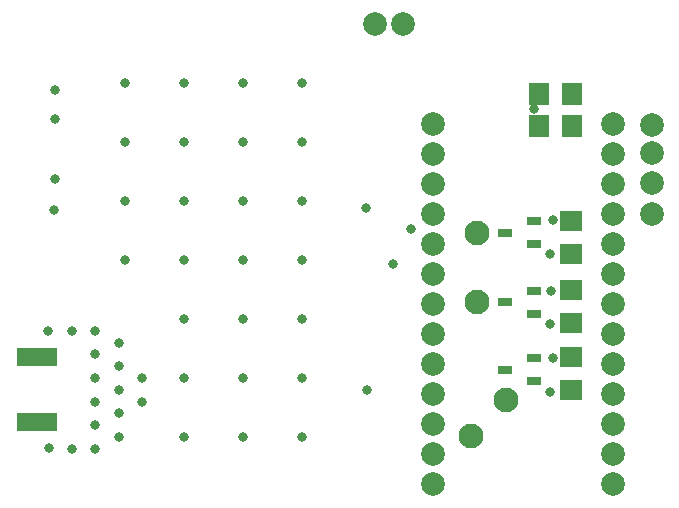
<source format=gbr>
G04*
G04 #@! TF.GenerationSoftware,Altium Limited,Altium Designer,25.5.2 (35)*
G04*
G04 Layer_Color=16711935*
%FSLAX44Y44*%
%MOMM*%
G71*
G04*
G04 #@! TF.SameCoordinates,A7D09D84-BF10-4A22-89B3-4961FFB17041*
G04*
G04*
G04 #@! TF.FilePolarity,Negative*
G04*
G01*
G75*
%ADD24R,3.5000X1.6000*%
%ADD33C,2.0000*%
%ADD34C,0.8000*%
%ADD45R,1.8998X1.7002*%
G04:AMPARAMS|DCode=46|XSize=0.73mm|YSize=1.25mm|CornerRadius=0.113mm|HoleSize=0mm|Usage=FLASHONLY|Rotation=270.000|XOffset=0mm|YOffset=0mm|HoleType=Round|Shape=RoundedRectangle|*
%AMROUNDEDRECTD46*
21,1,0.7300,1.0240,0,0,270.0*
21,1,0.5040,1.2500,0,0,270.0*
1,1,0.2260,-0.5120,-0.2520*
1,1,0.2260,-0.5120,0.2520*
1,1,0.2260,0.5120,0.2520*
1,1,0.2260,0.5120,-0.2520*
%
%ADD46ROUNDEDRECTD46*%
%ADD47R,1.7002X1.8998*%
%ADD48C,2.1000*%
D24*
X600Y118124D02*
D03*
Y62724D02*
D03*
D33*
X336280Y238760D02*
D03*
X488680Y137160D02*
D03*
X336280Y264160D02*
D03*
Y162560D02*
D03*
X311000Y400000D02*
D03*
X336280Y314960D02*
D03*
Y187960D02*
D03*
Y60960D02*
D03*
X488647Y10160D02*
D03*
X521000Y314000D02*
D03*
X488680Y86360D02*
D03*
Y111760D02*
D03*
X287000Y400000D02*
D03*
X336280Y289560D02*
D03*
Y213360D02*
D03*
Y35560D02*
D03*
Y10160D02*
D03*
Y137160D02*
D03*
X488680Y264160D02*
D03*
Y238760D02*
D03*
Y213360D02*
D03*
Y35560D02*
D03*
X336280Y86360D02*
D03*
X488680Y187960D02*
D03*
Y60960D02*
D03*
X336280Y111760D02*
D03*
X488680Y162560D02*
D03*
X521016Y290378D02*
D03*
Y264724D02*
D03*
Y239070D02*
D03*
X488680Y314960D02*
D03*
Y289560D02*
D03*
D34*
X280000Y90000D02*
D03*
X225000Y300000D02*
D03*
Y50000D02*
D03*
X175000D02*
D03*
X125000D02*
D03*
X75000Y300000D02*
D03*
X125000D02*
D03*
X175000D02*
D03*
X75000Y200000D02*
D03*
X125000D02*
D03*
X175000D02*
D03*
X225000D02*
D03*
X125000Y250000D02*
D03*
X279400Y243840D02*
D03*
X15985Y318874D02*
D03*
X16256Y268478D02*
D03*
X175000Y150000D02*
D03*
Y350000D02*
D03*
X125000D02*
D03*
X75000D02*
D03*
X175000Y250000D02*
D03*
X75000D02*
D03*
X30000Y40000D02*
D03*
X10000Y140000D02*
D03*
X30000D02*
D03*
X90000Y100000D02*
D03*
Y80000D02*
D03*
X70000Y50000D02*
D03*
Y70000D02*
D03*
Y90000D02*
D03*
Y130000D02*
D03*
Y110000D02*
D03*
X50000Y140000D02*
D03*
Y120000D02*
D03*
Y100000D02*
D03*
Y80000D02*
D03*
Y60000D02*
D03*
Y40000D02*
D03*
X317000Y226000D02*
D03*
X435210Y146000D02*
D03*
Y88000D02*
D03*
X11000Y41000D02*
D03*
X435210Y205000D02*
D03*
X125000Y100000D02*
D03*
X225000Y350000D02*
D03*
Y250000D02*
D03*
X175000Y100000D02*
D03*
X225000D02*
D03*
X125000Y150000D02*
D03*
X225000D02*
D03*
X16002Y344170D02*
D03*
X302006Y196596D02*
D03*
X15494Y242316D02*
D03*
X421640Y327660D02*
D03*
X437417Y234000D02*
D03*
X437210Y117000D02*
D03*
X436210Y174000D02*
D03*
D45*
X452971Y89545D02*
D03*
X453060Y146152D02*
D03*
X453210Y205301D02*
D03*
X453060Y174150D02*
D03*
X452971Y117543D02*
D03*
X453210Y233300D02*
D03*
D46*
X421410Y213500D02*
D03*
Y154500D02*
D03*
Y97500D02*
D03*
X397010Y223000D02*
D03*
X421410Y232500D02*
D03*
X397010Y107000D02*
D03*
X421410Y116500D02*
D03*
X397010Y164000D02*
D03*
X421410Y173500D02*
D03*
D47*
X453448Y340360D02*
D03*
X425450D02*
D03*
X425392Y313690D02*
D03*
X453390D02*
D03*
D48*
X368300Y50800D02*
D03*
X373210Y164000D02*
D03*
X373210Y223000D02*
D03*
X398000Y81000D02*
D03*
M02*

</source>
